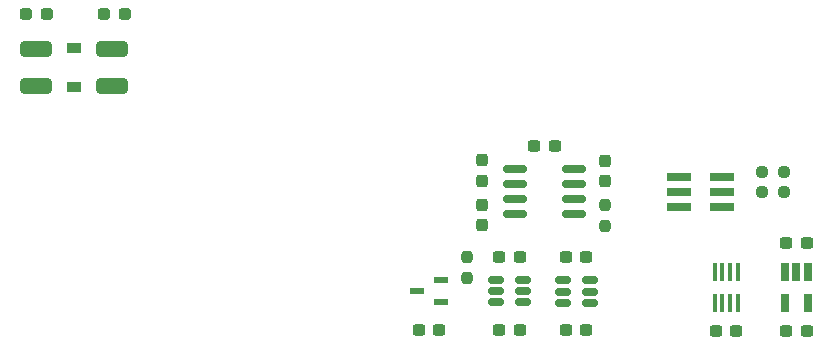
<source format=gtp>
G04 #@! TF.GenerationSoftware,KiCad,Pcbnew,(6.0.11)*
G04 #@! TF.CreationDate,2023-03-11T13:58:41+01:00*
G04 #@! TF.ProjectId,HeaterPSU_Digital,48656174-6572-4505-9355-5f4469676974,rev?*
G04 #@! TF.SameCoordinates,Original*
G04 #@! TF.FileFunction,Paste,Top*
G04 #@! TF.FilePolarity,Positive*
%FSLAX46Y46*%
G04 Gerber Fmt 4.6, Leading zero omitted, Abs format (unit mm)*
G04 Created by KiCad (PCBNEW (6.0.11)) date 2023-03-11 13:58:41*
%MOMM*%
%LPD*%
G01*
G04 APERTURE LIST*
G04 Aperture macros list*
%AMRoundRect*
0 Rectangle with rounded corners*
0 $1 Rounding radius*
0 $2 $3 $4 $5 $6 $7 $8 $9 X,Y pos of 4 corners*
0 Add a 4 corners polygon primitive as box body*
4,1,4,$2,$3,$4,$5,$6,$7,$8,$9,$2,$3,0*
0 Add four circle primitives for the rounded corners*
1,1,$1+$1,$2,$3*
1,1,$1+$1,$4,$5*
1,1,$1+$1,$6,$7*
1,1,$1+$1,$8,$9*
0 Add four rect primitives between the rounded corners*
20,1,$1+$1,$2,$3,$4,$5,0*
20,1,$1+$1,$4,$5,$6,$7,0*
20,1,$1+$1,$6,$7,$8,$9,0*
20,1,$1+$1,$8,$9,$2,$3,0*%
G04 Aperture macros list end*
%ADD10RoundRect,0.237500X-0.287500X-0.237500X0.287500X-0.237500X0.287500X0.237500X-0.287500X0.237500X0*%
%ADD11RoundRect,0.250000X-1.075000X0.400000X-1.075000X-0.400000X1.075000X-0.400000X1.075000X0.400000X0*%
%ADD12R,0.650000X1.560000*%
%ADD13RoundRect,0.237500X0.300000X0.237500X-0.300000X0.237500X-0.300000X-0.237500X0.300000X-0.237500X0*%
%ADD14RoundRect,0.237500X-0.237500X0.300000X-0.237500X-0.300000X0.237500X-0.300000X0.237500X0.300000X0*%
%ADD15RoundRect,0.237500X-0.300000X-0.237500X0.300000X-0.237500X0.300000X0.237500X-0.300000X0.237500X0*%
%ADD16R,0.400000X1.560000*%
%ADD17RoundRect,0.150000X-0.825000X-0.150000X0.825000X-0.150000X0.825000X0.150000X-0.825000X0.150000X0*%
%ADD18R,1.200000X0.900000*%
%ADD19R,2.100000X0.750000*%
%ADD20RoundRect,0.237500X-0.237500X0.250000X-0.237500X-0.250000X0.237500X-0.250000X0.237500X0.250000X0*%
%ADD21RoundRect,0.237500X0.250000X0.237500X-0.250000X0.237500X-0.250000X-0.237500X0.250000X-0.237500X0*%
%ADD22RoundRect,0.250000X1.075000X-0.400000X1.075000X0.400000X-1.075000X0.400000X-1.075000X-0.400000X0*%
%ADD23R,1.300000X0.600000*%
%ADD24RoundRect,0.150000X-0.512500X-0.150000X0.512500X-0.150000X0.512500X0.150000X-0.512500X0.150000X0*%
G04 APERTURE END LIST*
D10*
X70000000Y-47250000D03*
X71750000Y-47250000D03*
D11*
X64250000Y-50200000D03*
X64250000Y-53300000D03*
D12*
X129550000Y-69050000D03*
X128600000Y-69050000D03*
X127650000Y-69050000D03*
X127650000Y-71750000D03*
X129550000Y-71750000D03*
D13*
X129462500Y-66600000D03*
X127737500Y-66600000D03*
X105162500Y-74000000D03*
X103437500Y-74000000D03*
D14*
X102000000Y-63387500D03*
X102000000Y-65112500D03*
D15*
X121787500Y-74100000D03*
X123512500Y-74100000D03*
D14*
X102000000Y-59637500D03*
X102000000Y-61362500D03*
D16*
X121670000Y-71750000D03*
X122320000Y-71750000D03*
X122980000Y-71750000D03*
X123630000Y-71750000D03*
X123630000Y-69050000D03*
X122980000Y-69050000D03*
X122320000Y-69050000D03*
X121670000Y-69050000D03*
D17*
X104805000Y-60375000D03*
X104805000Y-61645000D03*
X104805000Y-62915000D03*
X104805000Y-64185000D03*
X109755000Y-64185000D03*
X109755000Y-62915000D03*
X109755000Y-61645000D03*
X109755000Y-60375000D03*
D18*
X67395000Y-53400000D03*
X67395000Y-50100000D03*
D19*
X122300000Y-61030000D03*
X118700000Y-61030000D03*
X122300000Y-62300000D03*
X118700000Y-62300000D03*
X122300000Y-63570000D03*
X118700000Y-63570000D03*
D15*
X106417500Y-58430000D03*
X108142500Y-58430000D03*
D20*
X112400000Y-63387500D03*
X112400000Y-65212500D03*
D13*
X129462500Y-74100000D03*
X127737500Y-74100000D03*
D21*
X127537500Y-60625000D03*
X125712500Y-60625000D03*
D22*
X70625000Y-53300000D03*
X70625000Y-50200000D03*
D23*
X98550000Y-71650000D03*
X98550000Y-69750000D03*
X96450000Y-70700000D03*
D13*
X105162500Y-67850000D03*
X103437500Y-67850000D03*
X110812500Y-74000000D03*
X109087500Y-74000000D03*
D14*
X112400000Y-59687500D03*
X112400000Y-61412500D03*
D10*
X63375000Y-47250000D03*
X65125000Y-47250000D03*
D24*
X108812500Y-69800000D03*
X108812500Y-70750000D03*
X108812500Y-71700000D03*
X111087500Y-71700000D03*
X111087500Y-70750000D03*
X111087500Y-69800000D03*
D20*
X100700000Y-67787500D03*
X100700000Y-69612500D03*
D21*
X127537500Y-62300000D03*
X125712500Y-62300000D03*
D13*
X110812500Y-67850000D03*
X109087500Y-67850000D03*
D15*
X96637500Y-74000000D03*
X98362500Y-74000000D03*
D24*
X103162500Y-69750000D03*
X103162500Y-70700000D03*
X103162500Y-71650000D03*
X105437500Y-71650000D03*
X105437500Y-70700000D03*
X105437500Y-69750000D03*
M02*

</source>
